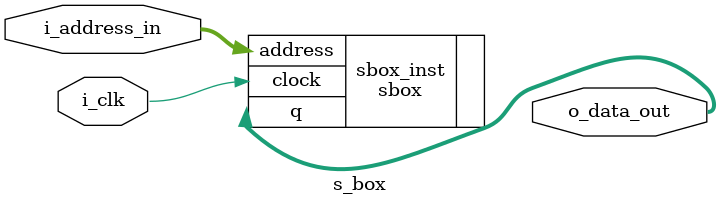
<source format=sv>
module s_box #(
    parameter CYCLES_PER_SEC = 500000000
) (
    input i_clk,
    input [7:0] i_address_in,
    output [7:0] o_data_out
);

sbox sbox_inst (
	.address (i_address_in),
	.clock (i_clk),
	.q (o_data_out)
);

endmodule
</source>
